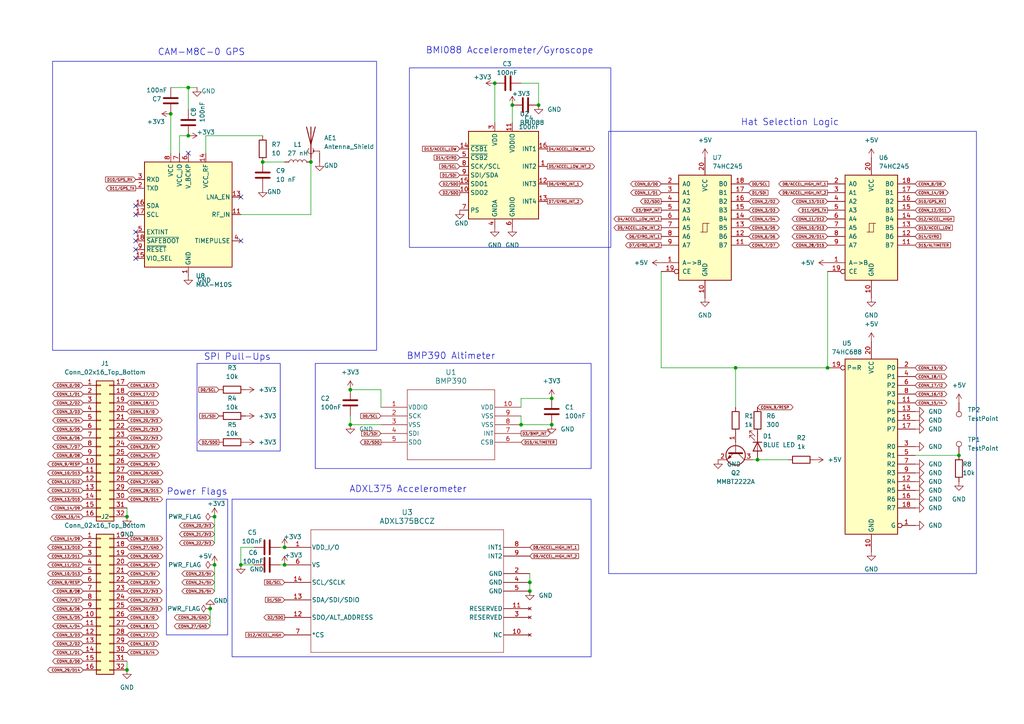
<source format=kicad_sch>
(kicad_sch (version 20250114) (generator "eeschema") (generator_version "9.0")
  (paper "A4")
  (title_block (title "T.A.C.O.S Rocket Hat") (date "2025-11-16") (rev "1.0") (company "UNR Aerospace Club"))
  (rectangle (start 118.745 71.755) (end 177.165 19.685))
  (rectangle (start 48.26 144.78) (end 66.04 184.15))
  (rectangle (start 67.31 144.78) (end 171.45 190.5))
  (rectangle (start 91.44 105.41) (end 171.45 135.89))
  (rectangle (start 15.24 17.78) (end 109.22 101.6))
  (rectangle (start 57.15 105.41) (end 81.28 130.81))
  (rectangle (start 176.53 38.1) (end 283.21 166.37))
  (text "SPI Pull-Ups" (at 68.834 103.632 0) (effects (font (size 1.905 1.905))))
  (text "Hat Selection Logic" (at 229.108 35.56 0) (effects (font (size 1.905 1.905))))
  (text "CAM-M8C-0 GPS" (at 58.42 15.24 0) (effects (font (size 1.905 1.905))))
  (text "BMP390 Altimeter" (at 130.81 103.378 0) (effects (font (size 1.905 1.905))))
  (text "Power Flags" (at 57.15 142.748 0) (effects (font (size 1.905 1.905))))
  (text "ADXL375 Accelerometer" (at 118.364 141.986 0) (effects (font (size 1.905 1.905))))
  (text "BMI088 Accelerometer/Gyroscope" (at 147.828 14.732 0) (effects (font (size 1.905 1.905))))
  (junction (at 62.23 149.86))
  (junction (at 153.67 171.45))
  (junction (at 54.61 39.37))
  (junction (at 49.53 33.02))
  (junction (at 278.13 132.08))
  (junction (at 82.55 163.83))
  (junction (at 36.83 149.86))
  (junction (at 54.61 25.4))
  (junction (at 240.03 106.68))
  (junction (at 69.85 163.83))
  (junction (at 76.2 46.99))
  (junction (at 101.6 113.03))
  (junction (at 213.36 106.68))
  (junction (at 82.55 158.75))
  (junction (at 160.02 123.19))
  (junction (at 156.21 30.48))
  (junction (at 101.6 123.19))
  (junction (at 153.67 168.91))
  (junction (at 62.23 163.83))
  (junction (at 143.51 24.13))
  (junction (at 219.71 133.35))
  (junction (at 36.83 194.31))
  (junction (at 151.13 123.19))
  (junction (at 160.02 115.57))
  (junction (at 60.96 176.53))
  (junction (at 90.17 46.99))
  (junction (at 148.59 30.48))
  (no_connect (at 69.85 57.15))
  (no_connect (at 69.85 69.85))
  (no_connect (at 39.37 59.69))
  (no_connect (at 39.37 69.85))
  (no_connect (at 54.61 44.45))
  (no_connect (at 39.37 62.23))
  (no_connect (at 39.37 74.93))
  (no_connect (at 39.37 67.31))
  (no_connect (at 39.37 72.39))
  (wire (pts (xy 52.07 39.37) (xy 52.07 44.45)))
  (wire (pts (xy 69.85 163.83) (xy 69.85 158.75)))
  (wire (pts (xy 36.83 191.77) (xy 36.83 194.31)))
  (wire (pts (xy 156.21 30.48) (xy 156.21 24.13)))
  (wire (pts (xy 54.61 39.37) (xy 52.07 39.37)))
  (wire (pts (xy 219.71 133.35) (xy 228.6 133.35)))
  (wire (pts (xy 59.69 39.37) (xy 76.2 39.37)))
  (wire (pts (xy 101.6 113.03) (xy 110.49 113.03)))
  (wire (pts (xy 191.77 106.68) (xy 191.77 78.74)))
  (wire (pts (xy 81.28 163.83) (xy 82.55 163.83)))
  (wire (pts (xy 62.23 163.83) (xy 62.23 171.45)))
  (wire (pts (xy 160.02 115.57) (xy 151.13 115.57)))
  (wire (pts (xy 110.49 123.19) (xy 101.6 123.19)))
  (wire (pts (xy 54.61 31.75) (xy 54.61 25.4)))
  (wire (pts (xy 213.36 118.11) (xy 213.36 106.68)))
  (wire (pts (xy 143.51 24.13) (xy 143.51 35.56)))
  (wire (pts (xy 110.49 113.03) (xy 110.49 118.11)))
  (wire (pts (xy 60.96 176.53) (xy 60.96 181.61)))
  (wire (pts (xy 156.21 24.13) (xy 151.13 24.13)))
  (wire (pts (xy 160.02 123.19) (xy 151.13 123.19)))
  (wire (pts (xy 62.23 149.86) (xy 62.23 157.48)))
  (wire (pts (xy 36.83 147.32) (xy 36.83 149.86)))
  (wire (pts (xy 213.36 106.68) (xy 240.03 106.68)))
  (wire (pts (xy 240.03 78.74) (xy 240.03 106.68)))
  (wire (pts (xy 54.61 25.4) (xy 49.53 25.4)))
  (wire (pts (xy 69.85 158.75) (xy 73.66 158.75)))
  (wire (pts (xy 101.6 123.19) (xy 101.6 120.65)))
  (wire (pts (xy 151.13 120.65) (xy 151.13 123.19)))
  (wire (pts (xy 90.17 62.23) (xy 69.85 62.23)))
  (wire (pts (xy 57.15 25.4) (xy 54.61 25.4)))
  (wire (pts (xy 73.66 163.83) (xy 69.85 163.83)))
  (wire (pts (xy 49.53 33.02) (xy 49.53 44.45)))
  (wire (pts (xy 76.2 46.99) (xy 82.55 46.99)))
  (wire (pts (xy 153.67 166.37) (xy 153.67 168.91)))
  (wire (pts (xy 265.43 132.08) (xy 278.13 132.08)))
  (wire (pts (xy 218.44 133.35) (xy 219.71 133.35)))
  (wire (pts (xy 153.67 168.91) (xy 153.67 171.45)))
  (wire (pts (xy 213.36 106.68) (xy 191.77 106.68)))
  (wire (pts (xy 148.59 30.48) (xy 148.59 35.56)))
  (wire (pts (xy 59.69 44.45) (xy 59.69 39.37)))
  (wire (pts (xy 81.28 158.75) (xy 82.55 158.75)))
  (wire (pts (xy 151.13 115.57) (xy 151.13 118.11)))
  (wire (pts (xy 90.17 46.99) (xy 90.17 62.23)))
  (global_label "CONN_25{slash}5V" (shape bidirectional) (at 36.83 163.83 0) (effects (font (size 0.762 0.762))) (property "Intersheetrefs" "${INTERSHEET_REFS}" (effects (hide yes))))
  (global_label "D4{slash}ACCEL_LOW_INT_1" (shape output) (at 191.77 63.5 180) (effects (font (size 0.762 0.762))) (property "Intersheetrefs" "${INTERSHEET_REFS}" (effects (hide yes))))
  (global_label "D9{slash}ACCEL_HIGH_INT_2" (shape input) (at 153.67 161.29 0) (effects (font (size 0.762 0.762))) (property "Intersheetrefs" "${INTERSHEET_REFS}" (effects (hide yes))))
  (global_label "CONN_11{slash}D12" (shape bidirectional) (at 24.13 163.83 180) (effects (font (size 0.762 0.762))) (property "Intersheetrefs" "${INTERSHEET_REFS}" (effects (hide yes))))
  (global_label "CONN_9{slash}RESP" (shape bidirectional) (at 24.13 134.62 180) (effects (font (size 0.762 0.762))) (property "Intersheetrefs" "${INTERSHEET_REFS}" (effects (hide yes))))
  (global_label "CONN_18{slash}I1" (shape bidirectional) (at 36.83 116.84 0) (effects (font (size 0.762 0.762))) (property "Intersheetrefs" "${INTERSHEET_REFS}" (effects (hide yes))))
  (global_label "CONN_16{slash}I3" (shape bidirectional) (at 265.43 114.3 0) (effects (font (size 0.762 0.762))) (property "Intersheetrefs" "${INTERSHEET_REFS}" (effects (hide yes))))
  (global_label "CONN_6{slash}D6" (shape bidirectional) (at 24.13 127 180) (effects (font (size 0.762 0.762))) (property "Intersheetrefs" "${INTERSHEET_REFS}" (effects (hide yes))))
  (global_label "D5{slash}ACCEL_LOW_INT_2" (shape output) (at 191.77 66.04 180) (effects (font (size 0.762 0.762))) (property "Intersheetrefs" "${INTERSHEET_REFS}" (effects (hide yes))))
  (global_label "CONN_10{slash}D13" (shape bidirectional) (at 24.13 166.37 180) (effects (font (size 0.762 0.762))) (property "Intersheetrefs" "${INTERSHEET_REFS}" (effects (hide yes))))
  (global_label "CONN_17{slash}I2" (shape bidirectional) (at 36.83 184.15 0) (effects (font (size 0.762 0.762))) (property "Intersheetrefs" "${INTERSHEET_REFS}" (effects (hide yes))))
  (global_label "CONN_5{slash}D5" (shape bidirectional) (at 24.13 124.46 180) (effects (font (size 0.762 0.762))) (property "Intersheetrefs" "${INTERSHEET_REFS}" (effects (hide yes))))
  (global_label "CONN_11{slash}D12" (shape bidirectional) (at 240.03 63.5 180) (effects (font (size 0.762 0.762))) (property "Intersheetrefs" "${INTERSHEET_REFS}" (effects (hide yes))))
  (global_label "CONN_24{slash}5V" (shape bidirectional) (at 36.83 166.37 0) (effects (font (size 0.762 0.762))) (property "Intersheetrefs" "${INTERSHEET_REFS}" (effects (hide yes))))
  (global_label "D2{slash}SDO" (shape output) (at 82.55 179.07 180) (effects (font (size 0.762 0.762))) (property "Intersheetrefs" "${INTERSHEET_REFS}" (effects (hide yes))))
  (global_label "D2{slash}SDO" (shape output) (at 191.77 58.42 180) (effects (font (size 0.762 0.762))) (property "Intersheetrefs" "${INTERSHEET_REFS}" (effects (hide yes))))
  (global_label "CONN_3{slash}D3" (shape bidirectional) (at 24.13 184.15 180) (effects (font (size 0.762 0.762))) (property "Intersheetrefs" "${INTERSHEET_REFS}" (effects (hide yes))))
  (global_label "D1{slash}SDI" (shape input) (at 133.35 50.8 180) (effects (font (size 0.762 0.762))) (property "Intersheetrefs" "${INTERSHEET_REFS}" (effects (hide yes))))
  (global_label "CONN_26{slash}GND" (shape bidirectional) (at 36.83 137.16 0) (effects (font (size 0.762 0.762))) (property "Intersheetrefs" "${INTERSHEET_REFS}" (effects (hide yes))))
  (global_label "CONN_14{slash}D9" (shape bidirectional) (at 24.13 147.32 180) (effects (font (size 0.762 0.762))) (property "Intersheetrefs" "${INTERSHEET_REFS}" (effects (hide yes))))
  (global_label "D13{slash}ACCEL_LOW" (shape input) (at 133.35 43.18 180) (effects (font (size 0.762 0.762))) (property "Intersheetrefs" "${INTERSHEET_REFS}" (effects (hide yes))))
  (global_label "CONN_22{slash}3V3" (shape bidirectional) (at 36.83 127 0) (effects (font (size 0.762 0.762))) (property "Intersheetrefs" "${INTERSHEET_REFS}" (effects (hide yes))))
  (global_label "CONN_19{slash}I0" (shape bidirectional) (at 36.83 119.38 0) (effects (font (size 0.762 0.762))) (property "Intersheetrefs" "${INTERSHEET_REFS}" (effects (hide yes))))
  (global_label "CONN_25{slash}5V" (shape bidirectional) (at 62.23 171.45 180) (effects (font (size 0.762 0.762))) (property "Intersheetrefs" "${INTERSHEET_REFS}" (effects (hide yes))))
  (global_label "CONN_5{slash}D5" (shape bidirectional) (at 24.13 179.07 180) (effects (font (size 0.762 0.762))) (property "Intersheetrefs" "${INTERSHEET_REFS}" (effects (hide yes))))
  (global_label "CONN_24{slash}5V" (shape bidirectional) (at 62.23 168.91 180) (effects (font (size 0.762 0.762))) (property "Intersheetrefs" "${INTERSHEET_REFS}" (effects (hide yes))))
  (global_label "CONN_2{slash}D2" (shape bidirectional) (at 24.13 186.69 180) (effects (font (size 0.762 0.762))) (property "Intersheetrefs" "${INTERSHEET_REFS}" (effects (hide yes))))
  (global_label "D2{slash}SDO" (shape output) (at 133.35 53.34 180) (effects (font (size 0.762 0.762))) (property "Intersheetrefs" "${INTERSHEET_REFS}" (effects (hide yes))))
  (global_label "CONN_23{slash}5V" (shape bidirectional) (at 36.83 129.54 0) (effects (font (size 0.762 0.762))) (property "Intersheetrefs" "${INTERSHEET_REFS}" (effects (hide yes))))
  (global_label "D0{slash}SCL" (shape input) (at 217.17 53.34 0) (effects (font (size 0.762 0.762))) (property "Intersheetrefs" "${INTERSHEET_REFS}" (effects (hide yes))))
  (global_label "CONN_28{slash}D15" (shape bidirectional) (at 36.83 156.21 0) (effects (font (size 0.762 0.762))) (property "Intersheetrefs" "${INTERSHEET_REFS}" (effects (hide yes))))
  (global_label "CONN_1{slash}D1" (shape bidirectional) (at 24.13 189.23 180) (effects (font (size 0.762 0.762))) (property "Intersheetrefs" "${INTERSHEET_REFS}" (effects (hide yes))))
  (global_label "D6{slash}GYRO_INT_1" (shape output) (at 158.75 53.34 0) (effects (font (size 0.762 0.762))) (property "Intersheetrefs" "${INTERSHEET_REFS}" (effects (hide yes))))
  (global_label "CONN_12{slash}D11" (shape bidirectional) (at 265.43 60.96 0) (effects (font (size 0.762 0.762))) (property "Intersheetrefs" "${INTERSHEET_REFS}" (effects (hide yes))))
  (global_label "CONN_21{slash}3V3" (shape bidirectional) (at 36.83 124.46 0) (effects (font (size 0.762 0.762))) (property "Intersheetrefs" "${INTERSHEET_REFS}" (effects (hide yes))))
  (global_label "CONN_16{slash}I3" (shape bidirectional) (at 36.83 111.76 0) (effects (font (size 0.762 0.762))) (property "Intersheetrefs" "${INTERSHEET_REFS}" (effects (hide yes))))
  (global_label "D4{slash}ACCEL_LOW_INT_1" (shape output) (at 158.75 43.18 0) (effects (font (size 0.762 0.762))) (property "Intersheetrefs" "${INTERSHEET_REFS}" (effects (hide yes))))
  (global_label "CONN_27{slash}GND" (shape bidirectional) (at 36.83 158.75 0) (effects (font (size 0.762 0.762))) (property "Intersheetrefs" "${INTERSHEET_REFS}" (effects (hide yes))))
  (global_label "D7{slash}GYRO_INT_2" (shape output) (at 158.75 58.42 0) (effects (font (size 0.762 0.762))) (property "Intersheetrefs" "${INTERSHEET_REFS}" (effects (hide yes))))
  (global_label "D2{slash}SDO" (shape output) (at 110.49 128.27 180) (effects (font (size 0.762 0.762))) (property "Intersheetrefs" "${INTERSHEET_REFS}" (effects (hide yes))))
  (global_label "CONN_13{slash}D10" (shape bidirectional) (at 24.13 144.78 180) (effects (font (size 0.762 0.762))) (property "Intersheetrefs" "${INTERSHEET_REFS}" (effects (hide yes))))
  (global_label "CONN_21{slash}3V3" (shape bidirectional) (at 36.83 173.99 0) (effects (font (size 0.762 0.762))) (property "Intersheetrefs" "${INTERSHEET_REFS}" (effects (hide yes))))
  (global_label "CONN_2{slash}D2" (shape bidirectional) (at 24.13 116.84 180) (effects (font (size 0.762 0.762))) (property "Intersheetrefs" "${INTERSHEET_REFS}" (effects (hide yes))))
  (global_label "CONN_13{slash}D10" (shape bidirectional) (at 240.03 58.42 180) (effects (font (size 0.762 0.762))) (property "Intersheetrefs" "${INTERSHEET_REFS}" (effects (hide yes))))
  (global_label "CONN_23{slash}5V" (shape bidirectional) (at 36.83 168.91 0) (effects (font (size 0.762 0.762))) (property "Intersheetrefs" "${INTERSHEET_REFS}" (effects (hide yes))))
  (global_label "CONN_28{slash}D15" (shape bidirectional) (at 240.03 71.12 180) (effects (font (size 0.762 0.762))) (property "Intersheetrefs" "${INTERSHEET_REFS}" (effects (hide yes))))
  (global_label "CONN_22{slash}3V3" (shape bidirectional) (at 62.23 157.48 180) (effects (font (size 0.762 0.762))) (property "Intersheetrefs" "${INTERSHEET_REFS}" (effects (hide yes))))
  (global_label "CONN_3{slash}D3" (shape bidirectional) (at 217.17 60.96 0) (effects (font (size 0.762 0.762))) (property "Intersheetrefs" "${INTERSHEET_REFS}" (effects (hide yes))))
  (global_label "D2{slash}SDO" (shape output) (at 133.35 55.88 180) (effects (font (size 0.762 0.762))) (property "Intersheetrefs" "${INTERSHEET_REFS}" (effects (hide yes))))
  (global_label "D10{slash}GPS_RX" (shape input) (at 39.37 52.07 180) (effects (font (size 0.762 0.762))) (property "Intersheetrefs" "${INTERSHEET_REFS}" (effects (hide yes))))
  (global_label "CONN_26{slash}GND" (shape bidirectional) (at 60.96 179.07 180) (effects (font (size 0.762 0.762))) (property "Intersheetrefs" "${INTERSHEET_REFS}" (effects (hide yes))))
  (global_label "CONN_19{slash}I0" (shape bidirectional) (at 265.43 106.68 0) (effects (font (size 0.762 0.762))) (property "Intersheetrefs" "${INTERSHEET_REFS}" (effects (hide yes))))
  (global_label "D15{slash}ALTIMETER" (shape input) (at 265.43 71.12 0) (effects (font (size 0.762 0.762))) (property "Intersheetrefs" "${INTERSHEET_REFS}" (effects (hide yes))))
  (global_label "CONN_8{slash}D8" (shape bidirectional) (at 265.43 53.34 0) (effects (font (size 0.762 0.762))) (property "Intersheetrefs" "${INTERSHEET_REFS}" (effects (hide yes))))
  (global_label "CONN_17{slash}I2" (shape bidirectional) (at 36.83 114.3 0) (effects (font (size 0.762 0.762))) (property "Intersheetrefs" "${INTERSHEET_REFS}" (effects (hide yes))))
  (global_label "CONN_24{slash}5V" (shape bidirectional) (at 36.83 132.08 0) (effects (font (size 0.762 0.762))) (property "Intersheetrefs" "${INTERSHEET_REFS}" (effects (hide yes))))
  (global_label "CONN_20{slash}3V3" (shape bidirectional) (at 62.23 152.4 180) (effects (font (size 0.762 0.762))) (property "Intersheetrefs" "${INTERSHEET_REFS}" (effects (hide yes))))
  (global_label "CONN_8{slash}D8" (shape bidirectional) (at 24.13 171.45 180) (effects (font (size 0.762 0.762))) (property "Intersheetrefs" "${INTERSHEET_REFS}" (effects (hide yes))))
  (global_label "CONN_7{slash}D7" (shape bidirectional) (at 24.13 129.54 180) (effects (font (size 0.762 0.762))) (property "Intersheetrefs" "${INTERSHEET_REFS}" (effects (hide yes))))
  (global_label "D3{slash}BMP_INT" (shape output) (at 151.13 125.73 0) (effects (font (size 0.762 0.762))) (property "Intersheetrefs" "${INTERSHEET_REFS}" (effects (hide yes))))
  (global_label "CONN_4{slash}D4" (shape bidirectional) (at 24.13 181.61 180) (effects (font (size 0.762 0.762))) (property "Intersheetrefs" "${INTERSHEET_REFS}" (effects (hide yes))))
  (global_label "CONN_0{slash}D0" (shape bidirectional) (at 24.13 191.77 180) (effects (font (size 0.762 0.762))) (property "Intersheetrefs" "${INTERSHEET_REFS}" (effects (hide yes))))
  (global_label "CONN_14{slash}D9" (shape bidirectional) (at 24.13 156.21 180) (effects (font (size 0.762 0.762))) (property "Intersheetrefs" "${INTERSHEET_REFS}" (effects (hide yes))))
  (global_label "CONN_0{slash}D0" (shape bidirectional) (at 24.13 111.76 180) (effects (font (size 0.762 0.762))) (property "Intersheetrefs" "${INTERSHEET_REFS}" (effects (hide yes))))
  (global_label "D2{slash}SDO" (shape output) (at 63.5 128.27 180) (effects (font (size 0.762 0.762))) (property "Intersheetrefs" "${INTERSHEET_REFS}" (effects (hide yes))))
  (global_label "CONN_2{slash}D2" (shape bidirectional) (at 217.17 58.42 0) (effects (font (size 0.762 0.762))) (property "Intersheetrefs" "${INTERSHEET_REFS}" (effects (hide yes))))
  (global_label "CONN_27{slash}GND" (shape bidirectional) (at 36.83 139.7 0) (effects (font (size 0.762 0.762))) (property "Intersheetrefs" "${INTERSHEET_REFS}" (effects (hide yes))))
  (global_label "D12{slash}ACCEL_HIGH" (shape input) (at 82.55 184.15 180) (effects (font (size 0.762 0.762))) (property "Intersheetrefs" "${INTERSHEET_REFS}" (effects (hide yes))))
  (global_label "CONN_11{slash}D12" (shape bidirectional) (at 24.13 139.7 180) (effects (font (size 0.762 0.762))) (property "Intersheetrefs" "${INTERSHEET_REFS}" (effects (hide yes))))
  (global_label "CONN_6{slash}D6" (shape bidirectional) (at 24.13 176.53 180) (effects (font (size 0.762 0.762))) (property "Intersheetrefs" "${INTERSHEET_REFS}" (effects (hide yes))))
  (global_label "CONN_27{slash}GND" (shape bidirectional) (at 60.96 181.61 180) (effects (font (size 0.762 0.762))) (property "Intersheetrefs" "${INTERSHEET_REFS}" (effects (hide yes))))
  (global_label "D6{slash}GYRO_INT_1" (shape output) (at 191.77 68.58 180) (effects (font (size 0.762 0.762))) (property "Intersheetrefs" "${INTERSHEET_REFS}" (effects (hide yes))))
  (global_label "CONN_17{slash}I2" (shape bidirectional) (at 265.43 111.76 0) (effects (font (size 0.762 0.762))) (property "Intersheetrefs" "${INTERSHEET_REFS}" (effects (hide yes))))
  (global_label "D8{slash}ACCEL_HIGH_INT_1" (shape output) (at 240.03 53.34 180) (effects (font (size 0.762 0.762))) (property "Intersheetrefs" "${INTERSHEET_REFS}" (effects (hide yes))))
  (global_label "CONN_21{slash}3V3" (shape bidirectional) (at 62.23 154.94 180) (effects (font (size 0.762 0.762))) (property "Intersheetrefs" "${INTERSHEET_REFS}" (effects (hide yes))))
  (global_label "CONN_19{slash}I0" (shape bidirectional) (at 36.83 179.07 0) (effects (font (size 0.762 0.762))) (property "Intersheetrefs" "${INTERSHEET_REFS}" (effects (hide yes))))
  (global_label "CONN_22{slash}3V3" (shape bidirectional) (at 36.83 171.45 0) (effects (font (size 0.762 0.762))) (property "Intersheetrefs" "${INTERSHEET_REFS}" (effects (hide yes))))
  (global_label "CONN_7{slash}D7" (shape bidirectional) (at 24.13 173.99 180) (effects (font (size 0.762 0.762))) (property "Intersheetrefs" "${INTERSHEET_REFS}" (effects (hide yes))))
  (global_label "D0{slash}SCL" (shape input) (at 110.49 120.65 180) (effects (font (size 0.762 0.762))) (property "Intersheetrefs" "${INTERSHEET_REFS}" (effects (hide yes))))
  (global_label "CONN_3{slash}D3" (shape bidirectional) (at 24.13 119.38 180) (effects (font (size 0.762 0.762))) (property "Intersheetrefs" "${INTERSHEET_REFS}" (effects (hide yes))))
  (global_label "CONN_10{slash}D13" (shape bidirectional) (at 24.13 137.16 180) (effects (font (size 0.762 0.762))) (property "Intersheetrefs" "${INTERSHEET_REFS}" (effects (hide yes))))
  (global_label "CONN_18{slash}I1" (shape bidirectional) (at 265.43 109.22 0) (effects (font (size 0.762 0.762))) (property "Intersheetrefs" "${INTERSHEET_REFS}" (effects (hide yes))))
  (global_label "CONN_12{slash}D11" (shape bidirectional) (at 24.13 161.29 180) (effects (font (size 0.762 0.762))) (property "Intersheetrefs" "${INTERSHEET_REFS}" (effects (hide yes))))
  (global_label "D14{slash}GYRO" (shape input) (at 133.35 45.72 180) (effects (font (size 0.762 0.762))) (property "Intersheetrefs" "${INTERSHEET_REFS}" (effects (hide yes))))
  (global_label "CONN_6{slash}D6" (shape bidirectional) (at 217.17 68.58 0) (effects (font (size 0.762 0.762))) (property "Intersheetrefs" "${INTERSHEET_REFS}" (effects (hide yes))))
  (global_label "D10{slash}GPS_RX" (shape input) (at 265.43 58.42 0) (effects (font (size 0.762 0.762))) (property "Intersheetrefs" "${INTERSHEET_REFS}" (effects (hide yes))))
  (global_label "D8{slash}ACCEL_HIGH_INT_1" (shape input) (at 153.67 158.75 0) (effects (font (size 0.762 0.762))) (property "Intersheetrefs" "${INTERSHEET_REFS}" (effects (hide yes))))
  (global_label "CONN_20{slash}3V3" (shape bidirectional) (at 36.83 176.53 0) (effects (font (size 0.762 0.762))) (property "Intersheetrefs" "${INTERSHEET_REFS}" (effects (hide yes))))
  (global_label "D13{slash}ACCEL_LOW" (shape input) (at 265.43 66.04 0) (effects (font (size 0.762 0.762))) (property "Intersheetrefs" "${INTERSHEET_REFS}" (effects (hide yes))))
  (global_label "CONN_29{slash}D14" (shape bidirectional) (at 24.13 194.31 180) (effects (font (size 0.762 0.762))) (property "Intersheetrefs" "${INTERSHEET_REFS}" (effects (hide yes))))
  (global_label "CONN_1{slash}D1" (shape bidirectional) (at 24.13 114.3 180) (effects (font (size 0.762 0.762))) (property "Intersheetrefs" "${INTERSHEET_REFS}" (effects (hide yes))))
  (global_label "CONN_28{slash}D15" (shape bidirectional) (at 36.83 142.24 0) (effects (font (size 0.762 0.762))) (property "Intersheetrefs" "${INTERSHEET_REFS}" (effects (hide yes))))
  (global_label "CONN_18{slash}I1" (shape bidirectional) (at 36.83 181.61 0) (effects (font (size 0.762 0.762))) (property "Intersheetrefs" "${INTERSHEET_REFS}" (effects (hide yes))))
  (global_label "CONN_29{slash}D14" (shape bidirectional) (at 36.83 144.78 0) (effects (font (size 0.762 0.762))) (property "Intersheetrefs" "${INTERSHEET_REFS}" (effects (hide yes))))
  (global_label "CONN_25{slash}5V" (shape bidirectional) (at 36.83 134.62 0) (effects (font (size 0.762 0.762))) (property "Intersheetrefs" "${INTERSHEET_REFS}" (effects (hide yes))))
  (global_label "D15{slash}ALTIMETER" (shape input) (at 151.13 128.27 0) (effects (font (size 0.762 0.762))) (property "Intersheetrefs" "${INTERSHEET_REFS}" (effects (hide yes))))
  (global_label "CONN_23{slash}5V" (shape bidirectional) (at 62.23 166.37 180) (effects (font (size 0.762 0.762))) (property "Intersheetrefs" "${INTERSHEET_REFS}" (effects (hide yes))))
  (global_label "D1{slash}SDI" (shape input) (at 82.55 173.99 180) (effects (font (size 0.762 0.762))) (property "Intersheetrefs" "${INTERSHEET_REFS}" (effects (hide yes))))
  (global_label "D14{slash}GYRO" (shape input) (at 265.43 68.58 0) (effects (font (size 0.762 0.762))) (property "Intersheetrefs" "${INTERSHEET_REFS}" (effects (hide yes))))
  (global_label "D12{slash}ACCEL_HIGH" (shape input) (at 265.43 63.5 0) (effects (font (size 0.762 0.762))) (property "Intersheetrefs" "${INTERSHEET_REFS}" (effects (hide yes))))
  (global_label "CONN_0{slash}D0" (shape bidirectional) (at 191.77 53.34 180) (effects (font (size 0.762 0.762))) (property "Intersheetrefs" "${INTERSHEET_REFS}" (effects (hide yes))))
  (global_label "D1{slash}SDI" (shape input) (at 110.49 125.73 180) (effects (font (size 0.762 0.762))) (property "Intersheetrefs" "${INTERSHEET_REFS}" (effects (hide yes))))
  (global_label "D11{slash}GPS_TX" (shape output) (at 240.03 60.96 180) (effects (font (size 0.762 0.762))) (property "Intersheetrefs" "${INTERSHEET_REFS}" (effects (hide yes))))
  (global_label "CONN_9{slash}RESP" (shape bidirectional) (at 219.71 118.11 0) (effects (font (size 0.762 0.762))) (property "Intersheetrefs" "${INTERSHEET_REFS}" (effects (hide yes))))
  (global_label "CONN_8{slash}D8" (shape bidirectional) (at 24.13 132.08 180) (effects (font (size 0.762 0.762))) (property "Intersheetrefs" "${INTERSHEET_REFS}" (effects (hide yes))))
  (global_label "D1{slash}SDI" (shape input) (at 63.5 120.65 180) (effects (font (size 0.762 0.762))) (property "Intersheetrefs" "${INTERSHEET_REFS}" (effects (hide yes))))
  (global_label "D11{slash}GPS_TX" (shape output) (at 39.37 54.61 180) (effects (font (size 0.762 0.762))) (property "Intersheetrefs" "${INTERSHEET_REFS}" (effects (hide yes))))
  (global_label "CONN_12{slash}D11" (shape bidirectional) (at 24.13 142.24 180) (effects (font (size 0.762 0.762))) (property "Intersheetrefs" "${INTERSHEET_REFS}" (effects (hide yes))))
  (global_label "CONN_26{slash}GND" (shape bidirectional) (at 36.83 161.29 0) (effects (font (size 0.762 0.762))) (property "Intersheetrefs" "${INTERSHEET_REFS}" (effects (hide yes))))
  (global_label "D9{slash}ACCEL_HIGH_INT_2" (shape output) (at 240.03 55.88 180) (effects (font (size 0.762 0.762))) (property "Intersheetrefs" "${INTERSHEET_REFS}" (effects (hide yes))))
  (global_label "D0{slash}SCL" (shape input) (at 63.5 113.03 180) (effects (font (size 0.762 0.762))) (property "Intersheetrefs" "${INTERSHEET_REFS}" (effects (hide yes))))
  (global_label "CONN_15{slash}I4" (shape bidirectional) (at 24.13 149.86 180) (effects (font (size 0.762 0.762))) (property "Intersheetrefs" "${INTERSHEET_REFS}" (effects (hide yes))))
  (global_label "CONN_1{slash}D1" (shape bidirectional) (at 191.77 55.88 180) (effects (font (size 0.762 0.762))) (property "Intersheetrefs" "${INTERSHEET_REFS}" (effects (hide yes))))
  (global_label "D0{slash}SCL" (shape input) (at 82.55 168.91 180) (effects (font (size 0.762 0.762))) (property "Intersheetrefs" "${INTERSHEET_REFS}" (effects (hide yes))))
  (global_label "CONN_29{slash}D14" (shape bidirectional) (at 240.03 68.58 180) (effects (font (size 0.762 0.762))) (property "Intersheetrefs" "${INTERSHEET_REFS}" (effects (hide yes))))
  (global_label "D0{slash}SCL" (shape input) (at 133.35 48.26 180) (effects (font (size 0.762 0.762))) (property "Intersheetrefs" "${INTERSHEET_REFS}" (effects (hide yes))))
  (global_label "D5{slash}ACCEL_LOW_INT_2" (shape output) (at 158.75 48.26 0) (effects (font (size 0.762 0.762))) (property "Intersheetrefs" "${INTERSHEET_REFS}" (effects (hide yes))))
  (global_label "CONN_7{slash}D7" (shape bidirectional) (at 217.17 71.12 0) (effects (font (size 0.762 0.762))) (property "Intersheetrefs" "${INTERSHEET_REFS}" (effects (hide yes))))
  (global_label "CONN_16{slash}I3" (shape bidirectional) (at 36.83 186.69 0) (effects (font (size 0.762 0.762))) (property "Intersheetrefs" "${INTERSHEET_REFS}" (effects (hide yes))))
  (global_label "CONN_9{slash}RESP" (shape bidirectional) (at 24.13 168.91 180) (effects (font (size 0.762 0.762))) (property "Intersheetrefs" "${INTERSHEET_REFS}" (effects (hide yes))))
  (global_label "D1{slash}SDI" (shape input) (at 217.17 55.88 0) (effects (font (size 0.762 0.762))) (property "Intersheetrefs" "${INTERSHEET_REFS}" (effects (hide yes))))
  (global_label "CONN_5{slash}D5" (shape bidirectional) (at 217.17 66.04 0) (effects (font (size 0.762 0.762))) (property "Intersheetrefs" "${INTERSHEET_REFS}" (effects (hide yes))))
  (global_label "CONN_14{slash}D9" (shape bidirectional) (at 265.43 55.88 0) (effects (font (size 0.762 0.762))) (property "Intersheetrefs" "${INTERSHEET_REFS}" (effects (hide yes))))
  (global_label "CONN_4{slash}D4" (shape bidirectional) (at 217.17 63.5 0) (effects (font (size 0.762 0.762))) (property "Intersheetrefs" "${INTERSHEET_REFS}" (effects (hide yes))))
  (global_label "CONN_10{slash}D13" (shape bidirectional) (at 240.03 66.04 180) (effects (font (size 0.762 0.762))) (property "Intersheetrefs" "${INTERSHEET_REFS}" (effects (hide yes))))
  (global_label "CONN_4{slash}D4" (shape bidirectional) (at 24.13 121.92 180) (effects (font (size 0.762 0.762))) (property "Intersheetrefs" "${INTERSHEET_REFS}" (effects (hide yes))))
  (global_label "CONN_20{slash}3V3" (shape bidirectional) (at 36.83 121.92 0) (effects (font (size 0.762 0.762))) (property "Intersheetrefs" "${INTERSHEET_REFS}" (effects (hide yes))))
  (global_label "CONN_13{slash}D10" (shape bidirectional) (at 24.13 158.75 180) (effects (font (size 0.762 0.762))) (property "Intersheetrefs" "${INTERSHEET_REFS}" (effects (hide yes))))
  (global_label "CONN_15{slash}I4" (shape bidirectional) (at 36.83 189.23 0) (effects (font (size 0.762 0.762))) (property "Intersheetrefs" "${INTERSHEET_REFS}" (effects (hide yes))))
  (global_label "CONN_15{slash}I4" (shape bidirectional) (at 265.43 116.84 0) (effects (font (size 0.762 0.762))) (property "Intersheetrefs" "${INTERSHEET_REFS}" (effects (hide yes))))
  (global_label "D3{slash}BMP_INT" (shape output) (at 191.77 60.96 180) (effects (font (size 0.762 0.762))) (property "Intersheetrefs" "${INTERSHEET_REFS}" (effects (hide yes))))
  (global_label "D7{slash}GYRO_INT_2" (shape output) (at 191.77 71.12 180) (effects (font (size 0.762 0.762))) (property "Intersheetrefs" "${INTERSHEET_REFS}" (effects (hide yes))))
  (symbol (lib_id "power:GND") (at 265.43 124.46 90) (unit 1)
    (property "Reference" "#PWR03" (effects (hide yes)))
    (property "Value" "GND" (at 269.24 124.4599 90) (effects (justify right)))
    (property "Description" "Power symbol creates a global label with name \"GND\" , ground" (effects (hide yes)))
  )
  (symbol (lib_id "Transistor_BJT:MMBT2222A") (at 213.36 130.81 270) (unit 1)
    (property "Reference" "Q2" (at 213.36 137.16 90))
    (property "Value" "MMBT2222A" (at 213.36 139.7 90))
    (property "Footprint" "Package_TO_SOT_SMD:SOT-23" (effects (hide yes)))
    (property "Datasheet" "https://assets.nexperia.com/documents/data-sheet/MMBT2222A.pdf" (effects (hide yes)))
    (property "Description" "600mA Ic, 40V Vce, NPN Transistor, SOT-23" (effects (hide yes)))
  )
  (symbol (lib_id "Device:C") (at 147.32 24.13 270) (unit 1)
    (property "Reference" "C3" (at 147.066 18.542 90))
    (property "Value" "100nF" (at 147.066 21.082 90))
    (property "Footprint" "Capacitor_SMD:C_0201_0603Metric" (effects (hide yes)))
    (property "Description" "Unpolarized capacitor" (effects (hide yes)))
  )
  (symbol (lib_id "power:+5V") (at 252.73 45.72 0) (unit 1)
    (property "Reference" "#PWR014" (effects (hide yes)))
    (property "Value" "+5V" (at 252.73 40.64 0))
    (property "Description" "Power symbol creates a global label with name \"+5V\"" (effects (hide yes)))
  )
  (symbol (lib_id "74xx:74HC245") (at 204.47 66.04 0) (unit 1)
    (property "Reference" "U7" (at 206.6133 45.72 0) (effects (justify left)))
    (property "Value" "74HC245" (at 206.6133 48.26 0) (effects (justify left)))
    (property "Footprint" "Package_DFN_QFN:DHVQFN-20-1EP_2.5x4.5mm_P0.5mm_EP1x3mm" (effects (hide yes)))
    (property "Datasheet" "http://www.ti.com/lit/gpn/sn74HC245" (effects (hide yes)))
    (property "Description" "Octal BUS Transceivers, 3-State outputs" (effects (hide yes)))
  )
  (symbol (lib_id "power:GND") (at 252.73 86.36 0) (unit 1)
    (property "Reference" "#PWR016" (effects (hide yes)))
    (property "Value" "GND" (at 252.73 91.44 0))
    (property "Description" "Power symbol creates a global label with name \"GND\" , ground" (effects (hide yes)))
  )
  (symbol (lib_id "power:+3V3") (at 160.02 115.57 0) (unit 1)
    (property "Reference" "#PWR025" (effects (hide yes)))
    (property "Value" "+3V3" (at 160.02 110.49 0))
    (property "Description" "Power symbol creates a global label with name \"+3V3\"" (effects (hide yes)))
  )
  (symbol (lib_id "power:+3V3") (at 71.12 120.65 270) (unit 1)
    (property "Reference" "#PWR035" (effects (hide yes)))
    (property "Value" "+3V3" (at 74.93 120.6499 90) (effects (justify left)))
    (property "Description" "Power symbol creates a global label with name \"+3V3\"" (effects (hide yes)))
  )
  (symbol (lib_id "Connector:TestPoint") (at 278.13 132.08 0) (unit 1)
    (property "Reference" "TP1" (at 280.67 127.5079 0) (effects (justify left)))
    (property "Value" "TestPoint" (at 280.67 130.0479 0) (effects (justify left)))
    (property "Footprint" "TestPoint:TestPoint_Pad_1.5x1.5mm" (effects (hide yes)))
    (property "Description" "test point" (effects (hide yes)))
  )
  (symbol (lib_id "power:GND") (at 153.67 171.45 0) (unit 1)
    (property "Reference" "#PWR040" (effects (hide yes)))
    (property "Value" "GND" (at 156.21 172.7199 0) (effects (justify left)))
    (property "Description" "Power symbol creates a global label with name \"GND\" , ground" (effects (hide yes)))
  )
  (symbol (lib_id "power:PWR_FLAG") (at 60.96 176.53 90) (unit 1)
    (property "Reference" "#FLG02" (effects (hide yes)))
    (property "Value" "PWR_FLAG" (at 53.34 176.53 90))
    (property "Description" "Special symbol for telling ERC where power comes from" (effects (hide yes)))
  )
  (symbol (lib_id "power:GND") (at 204.47 86.36 0) (unit 1)
    (property "Reference" "#PWR017" (effects (hide yes)))
    (property "Value" "GND" (at 204.47 91.44 0))
    (property "Description" "Power symbol creates a global label with name \"GND\" , ground" (effects (hide yes)))
  )
  (symbol (lib_id "74xx:74HC245") (at 252.73 66.04 0) (unit 1)
    (property "Reference" "U6" (at 254.8733 45.72 0) (effects (justify left)))
    (property "Value" "74HC245" (at 254.8733 48.26 0) (effects (justify left)))
    (property "Footprint" "Package_DFN_QFN:DHVQFN-20-1EP_2.5x4.5mm_P0.5mm_EP1x3mm" (effects (hide yes)))
    (property "Datasheet" "http://www.ti.com/lit/gpn/sn74HC245" (effects (hide yes)))
    (property "Description" "Octal BUS Transceivers, 3-State outputs" (effects (hide yes)))
  )
  (symbol (lib_id "power:GND") (at 265.43 152.4 90) (unit 1)
    (property "Reference" "#PWR028" (effects (hide yes)))
    (property "Value" "GND" (at 269.24 152.3999 90) (effects (justify right)))
    (property "Description" "Power symbol creates a global label with name \"GND\" , ground" (effects (hide yes)))
  )
  (symbol (lib_id "BMI088:BMI088") (at 146.05 50.8 0) (unit 1)
    (property "Reference" "U2" (at 150.7333 33.02 0) (effects (justify left)))
    (property "Value" "BMI088" (at 150.7333 35.56 0) (effects (justify left)))
    (property "Footprint" "Package_LGA:Bosch_LGA-16_4.5x3mm_P0.5mm_LayoutBorder7x1y_ClockwisePinNumbering" (effects (hide yes)))
    (property "Datasheet" "https://www.bosch-sensortec.com/media/boschsensortec/downloads/datasheets/bst-bmi088-ds001.pdf" (effects (hide yes)))
    (property "Description" "Accelerometer, Gyroscope, 6-Axis Sensor, I2C / SPI interface, LGA-16" (effects (hide yes)))
  )
  (symbol (lib_id "power:+3V3") (at 101.6 113.03 0) (unit 1)
    (property "Reference" "#PWR027" (effects (hide yes)))
    (property "Value" "+3V3" (at 101.6 107.95 0))
    (property "Description" "Power symbol creates a global label with name \"+3V3\"" (effects (hide yes)))
  )
  (symbol (lib_id "Device:LED") (at 219.71 129.54 270) (unit 1)
    (property "Reference" "D1" (at 221.234 126.492 90) (effects (justify left)))
    (property "Value" "BLUE LED" (at 221.234 129.032 90) (effects (justify left)))
    (property "Footprint" "LED_SMD:LED_0201_0603Metric" (effects (hide yes)))
    (property "Description" "Light emitting diode" (effects (hide yes)))
    (property "Sim.Pins" "1=K 2=A" (effects (hide yes)))
  )
  (symbol (lib_id "power:GND") (at 36.83 194.31 0) (mirror y) (unit 1)
    (property "Reference" "#PWR019" (effects (hide yes)))
    (property "Value" "GND" (at 36.83 199.39 0))
    (property "Description" "Power symbol creates a global label with name \"GND\" , ground" (effects (hide yes)))
  )
  (symbol (lib_id "power:GND") (at 265.43 119.38 90) (unit 1)
    (property "Reference" "#PWR01" (effects (hide yes)))
    (property "Value" "GND" (at 269.24 119.3799 90) (effects (justify right)))
    (property "Description" "Power symbol creates a global label with name \"GND\" , ground" (effects (hide yes)))
  )
  (symbol (lib_id "power:GND") (at 265.43 129.54 90) (unit 1)
    (property "Reference" "#PWR04" (effects (hide yes)))
    (property "Value" "GND" (at 269.24 129.5399 90) (effects (justify right)))
    (property "Description" "Power symbol creates a global label with name \"GND\" , ground" (effects (hide yes)))
  )
  (symbol (lib_id "Device:R") (at 213.36 121.92 0) (unit 1)
    (property "Reference" "R1" (at 215.9 120.6499 0) (effects (justify left)))
    (property "Value" "1k" (at 215.9 123.1899 0) (effects (justify left)))
    (property "Footprint" "Resistor_SMD:R_0201_0603Metric" (effects (hide yes)))
    (property "Description" "Resistor" (effects (hide yes)))
  )
  (symbol (lib_id "Device:C") (at 77.47 163.83 270) (unit 1)
    (property "Reference" "C6" (at 73.406 160.274 90))
    (property "Value" "100nF" (at 73.406 162.814 90))
    (property "Footprint" "Capacitor_SMD:C_0201_0603Metric" (effects (hide yes)))
    (property "Description" "Unpolarized capacitor" (effects (hide yes)))
  )
  (symbol (lib_id "power:GND") (at 265.43 144.78 90) (unit 1)
    (property "Reference" "#PWR09" (effects (hide yes)))
    (property "Value" "GND" (at 269.24 144.7799 90) (effects (justify right)))
    (property "Description" "Power symbol creates a global label with name \"GND\" , ground" (effects (hide yes)))
  )
  (symbol (lib_id "power:GND") (at 160.02 123.19 0) (unit 1)
    (property "Reference" "#PWR024" (effects (hide yes)))
    (property "Value" "GND" (at 162.56 124.4599 0) (effects (justify left)))
    (property "Description" "Power symbol creates a global label with name \"GND\" , ground" (effects (hide yes)))
  )
  (symbol (lib_id "power:PWR_FLAG") (at 62.23 149.86 90) (unit 1)
    (property "Reference" "#FLG01" (effects (hide yes)))
    (property "Value" "PWR_FLAG" (at 58.42 149.8599 90) (effects (justify left)))
    (property "Description" "Special symbol for telling ERC where power comes from" (effects (hide yes)))
  )
  (symbol (lib_id "Device:R") (at 67.31 128.27 90) (unit 1)
    (property "Reference" "R5" (at 67.31 123.19 90))
    (property "Value" "10k" (at 67.31 125.73 90))
    (property "Footprint" "Resistor_SMD:R_0201_0603Metric" (effects (hide yes)))
    (property "Description" "Resistor" (effects (hide yes)))
  )
  (symbol (lib_id "Device:C") (at 152.4 30.48 270) (unit 1)
    (property "Reference" "C4" (at 153.416 34.29 90))
    (property "Value" "100nF" (at 153.416 36.83 90))
    (property "Footprint" "Capacitor_SMD:C_0201_0603Metric" (effects (hide yes)))
    (property "Description" "Unpolarized capacitor" (effects (hide yes)))
  )
  (symbol (lib_id "power:GND") (at 54.61 80.01 0) (unit 1)
    (property "Reference" "#PWR047" (effects (hide yes)))
    (property "Value" "GND" (at 57.15 81.2799 0) (effects (justify left)))
    (property "Description" "Power symbol creates a global label with name \"GND\" , ground" (effects (hide yes)))
  )
  (symbol (lib_id "power:GND") (at 76.2 54.61 0) (unit 1)
    (property "Reference" "#PWR039" (effects (hide yes)))
    (property "Value" "GND" (at 79.502 55.626 0))
    (property "Description" "Power symbol creates a global label with name \"GND\" , ground" (effects (hide yes)))
  )
  (symbol (lib_id "Connector_Generic:Conn_02x16_Top_Bottom") (at 29.21 129.54 0) (unit 1)
    (property "Reference" "J1" (at 30.48 105.41 0))
    (property "Value" "Conn_02x16_Top_Bottom" (at 30.48 107.95 0))
    (property "Footprint" "MolexFSB:FSB5 Series 0.40 mm Pitch Floating SlimStack Board-to-Board Receptacles" (effects (hide yes)))
    (property "Description" "Generic connector, double row, 02x16, top/bottom pin numbering scheme (row 1: 1...pins_per_row, row2: pins_per_row+1 ... num_pins), script generated (kicad-library-utils/schlib/autogen/connector/)" (effects (hide yes)))
  )
  (symbol (lib_id "power:+3V3") (at 71.12 113.03 270) (unit 1)
    (property "Reference" "#PWR034" (effects (hide yes)))
    (property "Value" "+3V3" (at 74.93 113.0299 90) (effects (justify left)))
    (property "Description" "Power symbol creates a global label with name \"+3V3\"" (effects (hide yes)))
  )
  (symbol (lib_id "power:GND") (at 148.59 66.04 0) (unit 1)
    (property "Reference" "#PWR030" (effects (hide yes)))
    (property "Value" "GND" (at 148.59 71.12 0))
    (property "Description" "Power symbol creates a global label with name \"GND\" , ground" (effects (hide yes)))
  )
  (symbol (lib_id "power:GND") (at 36.83 149.86 0) (unit 1)
    (property "Reference" "#PWR021" (effects (hide yes)))
    (property "Value" "GND" (at 36.83 154.94 0))
    (property "Description" "Power symbol creates a global label with name \"GND\" , ground" (effects (hide yes)))
  )
  (symbol (lib_id "Device:C") (at 54.61 35.56 0) (unit 1)
    (property "Reference" "C8" (at 56.134 32.512 90))
    (property "Value" "100nF" (at 58.674 32.512 90))
    (property "Footprint" "Capacitor_SMD:C_0201_0603Metric" (effects (hide yes)))
    (property "Description" "Unpolarized capacitor" (effects (hide yes)))
  )
  (symbol (lib_id "power:GND") (at 92.71 46.99 0) (unit 1)
    (property "Reference" "#PWR038" (effects (hide yes)))
    (property "Value" "GND" (at 96.012 48.006 0))
    (property "Description" "Power symbol creates a global label with name \"GND\" , ground" (effects (hide yes)))
  )
  (symbol (lib_id "Device:L") (at 86.36 46.99 90) (unit 1)
    (property "Reference" "L1" (at 86.36 41.91 90))
    (property "Value" "27 nH" (at 86.36 44.45 90))
    (property "Footprint" "Inductor_SMD:L_0201_0603Metric" (effects (hide yes)))
    (property "Description" "Inductor" (effects (hide yes)))
  )
  (symbol (lib_id "power:+5V") (at 191.77 76.2 90) (unit 1)
    (property "Reference" "#PWR020" (effects (hide yes)))
    (property "Value" "+5V" (at 187.96 76.1999 90) (effects (justify left)))
    (property "Description" "Power symbol creates a global label with name \"+5V\"" (effects (hide yes)))
  )
  (symbol (lib_id "power:GND") (at 265.43 139.7 90) (unit 1)
    (property "Reference" "#PWR07" (effects (hide yes)))
    (property "Value" "GND" (at 269.24 139.6999 90) (effects (justify right)))
    (property "Description" "Power symbol creates a global label with name \"GND\" , ground" (effects (hide yes)))
  )
  (symbol (lib_id "Device:R") (at 76.2 43.18 0) (unit 1)
    (property "Reference" "R7" (at 78.74 41.9099 0) (effects (justify left)))
    (property "Value" "10" (at 78.74 44.4499 0) (effects (justify left)))
    (property "Footprint" "Resistor_SMD:R_0201_0603Metric" (effects (hide yes)))
    (property "Description" "Resistor" (effects (hide yes)))
  )
  (symbol (lib_id "power:+5V") (at 62.23 163.83 0) (unit 1)
    (property "Reference" "#PWR048" (effects (hide yes)))
    (property "Value" "+5V" (at 57.404 161.29 0) (effects (justify left)))
    (property "Description" "Power symbol creates a global label with name \"+5V\"" (effects (hide yes)))
  )
  (symbol (lib_id "power:GND") (at 265.43 134.62 90) (unit 1)
    (property "Reference" "#PWR05" (effects (hide yes)))
    (property "Value" "GND" (at 269.24 134.6199 90) (effects (justify right)))
    (property "Description" "Power symbol creates a global label with name \"GND\" , ground" (effects (hide yes)))
  )
  (symbol (lib_id "Device:C") (at 160.02 119.38 0) (unit 1)
    (property "Reference" "C1" (at 163.83 118.1099 0) (effects (justify left)))
    (property "Value" "100nF" (at 163.83 120.6499 0) (effects (justify left)))
    (property "Footprint" "Capacitor_SMD:C_0201_0603Metric" (effects (hide yes)))
    (property "Description" "Unpolarized capacitor" (effects (hide yes)))
  )
  (symbol (lib_id "power:+5V") (at 236.22 133.35 270) (unit 1)
    (property "Reference" "#PWR022" (effects (hide yes)))
    (property "Value" "+5V" (at 240.03 133.3499 90) (effects (justify left)))
    (property "Description" "Power symbol creates a global label with name \"+5V\"" (effects (hide yes)))
  )
  (symbol (lib_id "Connector_Generic:Conn_02x16_Top_Bottom") (at 29.21 173.99 0) (unit 1)
    (property "Reference" "J2" (at 30.48 149.86 0))
    (property "Value" "Conn_02x16_Top_Bottom" (at 30.48 152.4 0))
    (property "Footprint" "MolexFSB:FSB5 Series 0.40 mm Pitch Floating SlimStack Board-to-Board Plugs" (effects (hide yes)))
    (property "Description" "Generic connector, double row, 02x16, top/bottom pin numbering scheme (row 1: 1...pins_per_row, row2: pins_per_row+1 ... num_pins), script generated (kicad-library-utils/schlib/autogen/connector/)" (effects (hide yes)))
  )
  (symbol (lib_id "Device:R") (at 67.31 120.65 90) (unit 1)
    (property "Reference" "R4" (at 67.31 115.57 90))
    (property "Value" "10k" (at 67.31 118.11 90))
    (property "Footprint" "Resistor_SMD:R_0201_0603Metric" (effects (hide yes)))
    (property "Description" "Resistor" (effects (hide yes)))
  )
  (symbol (lib_id "Device:C") (at 77.47 158.75 270) (unit 1)
    (property "Reference" "C5" (at 73.152 154.432 90))
    (property "Value" "100nF" (at 73.152 156.972 90))
    (property "Footprint" "Capacitor_SMD:C_0201_0603Metric" (effects (hide yes)))
    (property "Description" "Unpolarized capacitor" (effects (hide yes)))
  )
  (symbol (lib_id "Device:R") (at 278.13 135.89 0) (unit 1)
    (property "Reference" "R8" (at 279.146 134.62 0) (effects (justify left)))
    (property "Value" "10k" (at 279.146 137.16 0) (effects (justify left)))
    (property "Footprint" "Resistor_SMD:R_0201_0603Metric" (effects (hide yes)))
    (property "Description" "Resistor" (effects (hide yes)))
  )
  (symbol (lib_id "Device:C") (at 49.53 29.21 0) (unit 1)
    (property "Reference" "C7" (at 45.466 28.702 0))
    (property "Value" "100nF" (at 45.466 26.162 0))
    (property "Footprint" "Capacitor_SMD:C_0201_0603Metric" (effects (hide yes)))
    (property "Description" "Unpolarized capacitor" (effects (hide yes)))
  )
  (symbol (lib_id "power:+5V") (at 278.13 116.84 0) (unit 1)
    (property "Reference" "#PWR051" (effects (hide yes)))
    (property "Value" "+5V" (at 278.13 111.76 0))
    (property "Description" "Power symbol creates a global label with name \"+5V\"" (effects (hide yes)))
  )
  (symbol (lib_id "Device:C") (at 76.2 50.8 0) (unit 1)
    (property "Reference" "C9" (at 80.01 49.5299 0) (effects (justify left)))
    (property "Value" "10 nF" (at 80.01 52.0699 0) (effects (justify left)))
    (property "Footprint" "Capacitor_SMD:C_0201_0603Metric" (effects (hide yes)))
    (property "Description" "Unpolarized capacitor" (effects (hide yes)))
  )
  (symbol (lib_id "BMP390:BMP390") (at 110.49 118.11 0) (unit 1)
    (property "Reference" "U1" (at 130.81 107.95 0) (effects (font (size 1.524 1.524))))
    (property "Value" "BMP390" (at 130.81 110.49 0) (effects (font (size 1.524 1.524))))
    (property "Footprint" "bmp390:10LGA_2X2X0p75_BOS" (effects (hide yes)))
    (property "Datasheet" "BMP390" (effects (hide yes)))
  )
  (symbol (lib_id "power:+3V3") (at 62.23 149.86 0) (unit 1)
    (property "Reference" "#PWR050" (effects (hide yes)))
    (property "Value" "+3V3" (at 62.738 146.05 0))
    (property "Description" "Power symbol creates a global label with name \"+3V3\"" (effects (hide yes)))
  )
  (symbol (lib_id "Device:R") (at 67.31 113.03 90) (unit 1)
    (property "Reference" "R3" (at 67.31 106.68 90))
    (property "Value" "10k" (at 67.31 109.22 90))
    (property "Footprint" "Resistor_SMD:R_0201_0603Metric" (effects (hide yes)))
    (property "Description" "Resistor" (effects (hide yes)))
  )
  (symbol (lib_id "power:+5V") (at 204.47 45.72 0) (unit 1)
    (property "Reference" "#PWR015" (effects (hide yes)))
    (property "Value" "+5V" (at 204.47 40.64 0))
    (property "Description" "Power symbol creates a global label with name \"+5V\"" (effects (hide yes)))
  )
  (symbol (lib_id "power:GND") (at 60.96 176.53 180) (unit 1)
    (property "Reference" "#PWR049" (effects (hide yes)))
    (property "Value" "GND" (at 64.008 174.244 0))
    (property "Description" "Power symbol creates a global label with name \"GND\" , ground" (effects (hide yes)))
  )
  (symbol (lib_id "power:+3V3") (at 71.12 128.27 270) (unit 1)
    (property "Reference" "#PWR036" (effects (hide yes)))
    (property "Value" "+3V3" (at 74.93 128.2699 90) (effects (justify left)))
    (property "Description" "Power symbol creates a global label with name \"+3V3\"" (effects (hide yes)))
  )
  (symbol (lib_id "power:+3V3") (at 49.53 33.02 90) (unit 1)
    (property "Reference" "#PWR044" (effects (hide yes)))
    (property "Value" "+3V3" (at 45.212 35.306 90))
    (property "Description" "Power symbol creates a global label with name \"+3V3\"" (effects (hide yes)))
  )
  (symbol (lib_id "RF_GPS:MAX-M10S") (at 54.61 62.23 0) (unit 1)
    (property "Reference" "U8" (at 56.7533 80.01 0) (effects (justify left)))
    (property "Value" "MAX-M10S" (at 56.7533 82.55 0) (effects (justify left)))
    (property "Footprint" "RF_GPS:ublox_MAX" (effects (hide yes)))
    (property "Datasheet" "https://content.u-blox.com/sites/default/files/MAX-M10S_DataSheet_UBX-20035208.pdf" (effects (hide yes)))
    (property "Description" "GNSS Module MAX M10, VCC 1.65V to 3.6V" (effects (hide yes)))
  )
  (symbol (lib_id "power:GND") (at 101.6 123.19 0) (unit 1)
    (property "Reference" "#PWR026" (effects (hide yes)))
    (property "Value" "GND" (at 104.14 124.4599 0) (effects (justify left)))
    (property "Description" "Power symbol creates a global label with name \"GND\" , ground" (effects (hide yes)))
  )
  (symbol (lib_id "power:+3V3") (at 54.61 39.37 270) (unit 1)
    (property "Reference" "#PWR045" (effects (hide yes)))
    (property "Value" "+3V3" (at 59.69 38.354 90))
    (property "Description" "Power symbol creates a global label with name \"+3V3\"" (effects (hide yes)))
  )
  (symbol (lib_id "power:GND") (at 265.43 142.24 90) (unit 1)
    (property "Reference" "#PWR08" (effects (hide yes)))
    (property "Value" "GND" (at 269.24 142.2399 90) (effects (justify right)))
    (property "Description" "Power symbol creates a global label with name \"GND\" , ground" (effects (hide yes)))
  )
  (symbol (lib_id "power:GND") (at 69.85 163.83 0) (unit 1)
    (property "Reference" "#PWR043" (effects (hide yes)))
    (property "Value" "GND" (at 72.39 165.0999 0) (effects (justify left)))
    (property "Description" "Power symbol creates a global label with name \"GND\" , ground" (effects (hide yes)))
  )
  (symbol (lib_id "power:+3V3") (at 82.55 158.75 0) (unit 1)
    (property "Reference" "#PWR041" (effects (hide yes)))
    (property "Value" "+3V3" (at 84.836 155.702 0))
    (property "Description" "Power symbol creates a global label with name \"+3V3\"" (effects (hide yes)))
  )
  (symbol (lib_id "power:+3V3") (at 148.59 30.48 0) (unit 1)
    (property "Reference" "#PWR032" (effects (hide yes)))
    (property "Value" "+3V3" (at 151.13 27.178 0))
    (property "Description" "Power symbol creates a global label with name \"+3V3\"" (effects (hide yes)))
  )
  (symbol (lib_id "power:GND") (at 252.73 160.02 0) (unit 1)
    (property "Reference" "#PWR011" (effects (hide yes)))
    (property "Value" "GND" (at 252.73 165.1 0))
    (property "Description" "Power symbol creates a global label with name \"GND\" , ground" (effects (hide yes)))
  )
  (symbol (lib_id "power:GND") (at 57.15 25.4 0) (unit 1)
    (property "Reference" "#PWR046" (effects (hide yes)))
    (property "Value" "GND" (at 60.452 26.416 0))
    (property "Description" "Power symbol creates a global label with name \"GND\" , ground" (effects (hide yes)))
  )
  (symbol (lib_id "power:GND") (at 143.51 66.04 0) (unit 1)
    (property "Reference" "#PWR029" (effects (hide yes)))
    (property "Value" "GND" (at 143.51 71.12 0))
    (property "Description" "Power symbol creates a global label with name \"GND\" , ground" (effects (hide yes)))
  )
  (symbol (lib_id "power:+3V3") (at 143.51 24.13 90) (unit 1)
    (property "Reference" "#PWR033" (effects (hide yes)))
    (property "Value" "+3V3" (at 139.954 22.352 90))
    (property "Description" "Power symbol creates a global label with name \"+3V3\"" (effects (hide yes)))
  )
  (symbol (lib_id "power:+3V3") (at 82.55 163.83 0) (unit 1)
    (property "Reference" "#PWR042" (effects (hide yes)))
    (property "Value" "+3V3" (at 85.09 161.036 0))
    (property "Description" "Power symbol creates a global label with name \"+3V3\"" (effects (hide yes)))
  )
  (symbol (lib_id "power:GND") (at 265.43 137.16 90) (unit 1)
    (property "Reference" "#PWR06" (effects (hide yes)))
    (property "Value" "GND" (at 269.24 137.1599 90) (effects (justify right)))
    (property "Description" "Power symbol creates a global label with name \"GND\" , ground" (effects (hide yes)))
  )
  (symbol (lib_id "ADXL375:ADXL375BCCZ") (at 82.55 158.75 0) (unit 1)
    (property "Reference" "U3" (at 118.11 148.59 0) (effects (font (size 1.524 1.524))))
    (property "Value" "ADXL375BCCZ" (at 118.11 151.13 0) (effects (font (size 1.524 1.524))))
    (property "Footprint" "adxl375:LGA_CC-14-1_ADI" (effects (hide yes)))
    (property "Datasheet" "https://www.analog.com/media/en/technical-documentation/data-sheets/ADXL375-EP.pdf" (effects (hide yes)))
  )
  (symbol (lib_id "power:GND") (at 133.35 60.96 0) (unit 1)
    (property "Reference" "#PWR037" (effects (hide yes)))
    (property "Value" "GND" (at 131.826 64.77 0) (effects (justify left)))
    (property "Description" "Power symbol creates a global label with name \"GND\" , ground" (effects (hide yes)))
  )
  (symbol (lib_id "power:+5V") (at 252.73 99.06 0) (unit 1)
    (property "Reference" "#PWR013" (effects (hide yes)))
    (property "Value" "+5V" (at 252.73 93.98 0))
    (property "Description" "Power symbol creates a global label with name \"+5V\"" (effects (hide yes)))
  )
  (symbol (lib_id "Device:Antenna_Shield") (at 90.17 41.91 0) (unit 1)
    (property "Reference" "AE1" (at 93.98 40.0049 0) (effects (justify left)))
    (property "Value" "Antenna_Shield" (at 93.98 42.5449 0) (effects (justify left)))
    (property "Footprint" "Connector_Coaxial:U.FL_Molex_MCRF_73412-0110_Vertical" (effects (hide yes)))
    (property "Description" "Antenna with extra pin for shielding" (effects (hide yes)))
  )
  (symbol (lib_id "power:GND") (at 278.13 139.7 0) (unit 1)
    (property "Reference" "#PWR012" (effects (hide yes)))
    (property "Value" "GND" (at 278.13 144.78 0))
    (property "Description" "Power symbol creates a global label with name \"GND\" , ground" (effects (hide yes)))
  )
  (symbol (lib_id "Device:R") (at 219.71 121.92 0) (unit 1)
    (property "Reference" "R6" (at 222.25 120.6499 0) (effects (justify left)))
    (property "Value" "300" (at 222.25 123.1899 0) (effects (justify left)))
    (property "Footprint" "Resistor_SMD:R_0201_0603Metric" (effects (hide yes)))
    (property "Description" "Resistor" (effects (hide yes)))
  )
  (symbol (lib_id "74xx:74HC688") (at 252.73 129.54 0) (mirror y) (unit 1)
    (property "Reference" "U5" (at 245.618 99.568 0))
    (property "Value" "74HC688" (at 245.618 102.108 0))
    (property "Footprint" "Package_SO:TSSOP-20_4.4x6.5mm_P0.65mm" (effects (hide yes)))
    (property "Datasheet" "https://www.ti.com/lit/ds/symlink/cd54hc688.pdf" (effects (hide yes)))
    (property "Description" "8-bit magnitude comparator" (effects (hide yes)))
  )
  (symbol (lib_id "power:PWR_FLAG") (at 62.23 163.83 90) (unit 1)
    (property "Reference" "#FLG03" (effects (hide yes)))
    (property "Value" "PWR_FLAG" (at 58.42 163.8299 90) (effects (justify left)))
    (property "Description" "Special symbol for telling ERC where power comes from" (effects (hide yes)))
  )
  (symbol (lib_id "power:GND") (at 265.43 147.32 90) (unit 1)
    (property "Reference" "#PWR010" (effects (hide yes)))
    (property "Value" "GND" (at 269.24 147.3199 90) (effects (justify right)))
    (property "Description" "Power symbol creates a global label with name \"GND\" , ground" (effects (hide yes)))
  )
  (symbol (lib_id "power:GND") (at 208.28 133.35 0) (unit 1)
    (property "Reference" "#PWR023" (effects (hide yes)))
    (property "Value" "GND" (at 210.82 134.6199 0) (effects (justify left)))
    (property "Description" "Power symbol creates a global label with name \"GND\" , ground" (effects (hide yes)))
  )
  (symbol (lib_id "Device:R") (at 232.41 133.35 90) (unit 1)
    (property "Reference" "R2" (at 232.41 127 90))
    (property "Value" "1k" (at 232.41 129.54 90))
    (property "Footprint" "Resistor_SMD:R_0201_0603Metric" (effects (hide yes)))
    (property "Description" "Resistor" (effects (hide yes)))
  )
  (symbol (lib_id "power:GND") (at 156.21 30.48 0) (unit 1)
    (property "Reference" "#PWR031" (effects (hide yes)))
    (property "Value" "GND" (at 158.75 31.7499 0) (effects (justify left)))
    (property "Description" "Power symbol creates a global label with name \"GND\" , ground" (effects (hide yes)))
  )
  (symbol (lib_id "Connector:TestPoint") (at 278.13 116.84 180) (unit 1)
    (property "Reference" "TP2" (at 280.67 118.8719 0) (effects (justify right)))
    (property "Value" "TestPoint" (at 280.67 121.4119 0) (effects (justify right)))
    (property "Footprint" "TestPoint:TestPoint_Pad_1.5x1.5mm" (effects (hide yes)))
    (property "Description" "test point" (effects (hide yes)))
  )
  (symbol (lib_id "power:GND") (at 265.43 121.92 90) (unit 1)
    (property "Reference" "#PWR02" (effects (hide yes)))
    (property "Value" "GND" (at 269.24 121.9199 90) (effects (justify right)))
    (property "Description" "Power symbol creates a global label with name \"GND\" , ground" (effects (hide yes)))
  )
  (symbol (lib_id "power:+5V") (at 240.03 76.2 90) (unit 1)
    (property "Reference" "#PWR018" (effects (hide yes)))
    (property "Value" "+5V" (at 236.22 76.1999 90) (effects (justify left)))
    (property "Description" "Power symbol creates a global label with name \"+5V\"" (effects (hide yes)))
  )
  (symbol (lib_id "Device:C") (at 101.6 116.84 0) (unit 1)
    (property "Reference" "C2" (at 92.964 115.57 0) (effects (justify left)))
    (property "Value" "100nF" (at 92.964 118.11 0) (effects (justify left)))
    (property "Footprint" "Capacitor_SMD:C_0201_0603Metric" (effects (hide yes)))
    (property "Description" "Unpolarized capacitor" (effects (hide yes)))
  )
)
</source>
